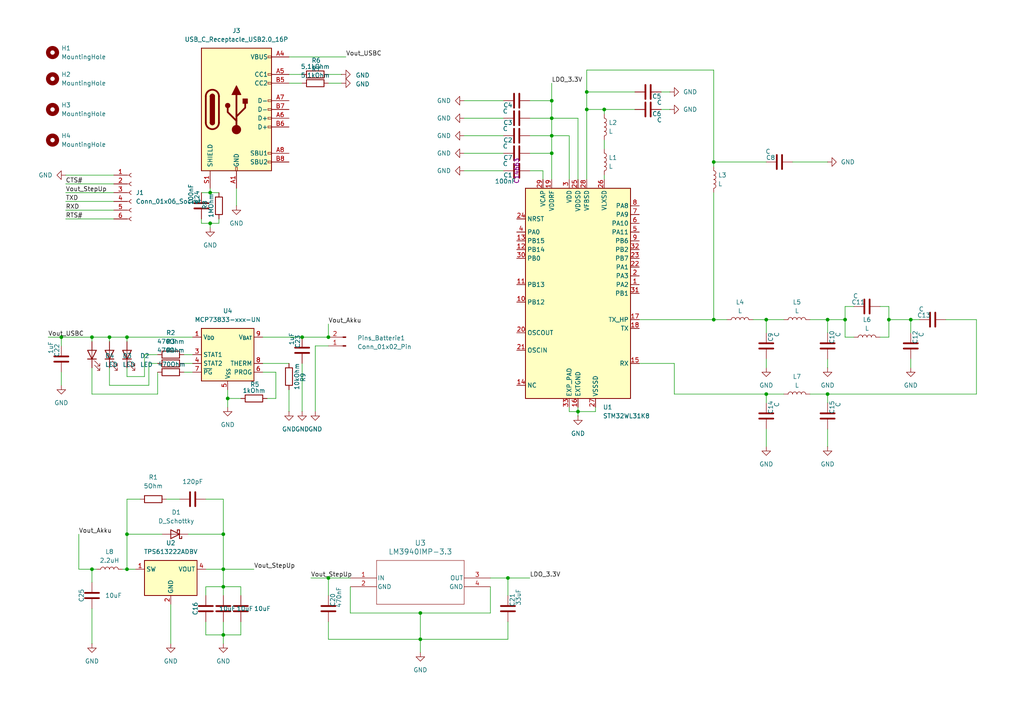
<source format=kicad_sch>
(kicad_sch (version 20250114) (generator "eeschema") (generator_version "9.0")
  (paper "A4")
  (lib_symbols
    (symbol "2025-12-10_12-48-16:LM3940IMP-3.3" (pin_names (offset 0.254))
      (property "Reference" "U" (at 20.32 10.16 0))
      (property "Value" "LM3940IMP-3.3" (at 20.32 7.62 0))
      (symbol "LM3940IMP-3.3_0_1"
        (polyline (pts (xy 7.62 5.08) (xy 7.62 -7.62)) (stroke (width 0.127)))
        (polyline (pts (xy 7.62 -7.62) (xy 33.02 -7.62)) (stroke (width 0.127)))
        (polyline (pts (xy 33.02 5.08) (xy 7.62 5.08)) (stroke (width 0.127)))
        (polyline (pts (xy 33.02 -7.62) (xy 33.02 5.08)) (stroke (width 0.127)))
        (pin input line (at 0 0 0) (length 7.62) (name "IN") (number "1"))
        (pin passive line (at 0 -2.54 0) (length 7.62) (name "GND") (number "2"))
        (pin output line (at 40.64 0 180) (length 7.62) (name "OUT") (number "3"))
        (pin passive line (at 40.64 -2.54 180) (length 7.62) (name "GND") (number "4"))
      )
    )
    (symbol "Battery_Management:MCP73833-xxx-UN"
      (property "Reference" "U" (at -6.35 8.89 0))
      (property "Value" "MCP73833-xxx-UN" (at 10.16 8.89 0))
      (symbol "MCP73833-xxx-UN_1_1"
        (rectangle (start -7.62 7.62) (end 7.62 -7.62) (stroke (width 0.254)) (fill (type background)))
        (pin power_in line (at -10.16 5.08 0) (length 2.54) (name "V_{DD}") (number "1"))
        (pin passive line (at -10.16 5.08 0) (length 2.54) (hide yes) (name "V_{DD}") (number "2"))
        (pin open_collector line (at -10.16 0 0) (length 2.54) (name "STAT1") (number "3"))
        (pin open_collector line (at -10.16 -2.54 0) (length 2.54) (name "STAT2") (number "4"))
        (pin open_collector line (at -10.16 -5.08 0) (length 2.54) (name "~{PG}") (number "7"))
        (pin power_in line (at 0 -10.16 90) (length 2.54) (name "V_{SS}") (number "5"))
        (pin passive line (at 10.16 5.08 180) (length 2.54) (hide yes) (name "V_{BAT}") (number "10"))
        (pin power_out line (at 10.16 5.08 180) (length 2.54) (name "V_{BAT}") (number "9"))
        (pin passive line (at 10.16 -2.54 180) (length 2.54) (name "THERM") (number "8"))
        (pin input line (at 10.16 -5.08 180) (length 2.54) (name "PROG") (number "6"))
      )
    )
    (symbol "Connector:Conn_01x02_Pin" (pin_names (offset 1.016) (hide yes))
      (property "Reference" "J" (at 0 2.54 0))
      (property "Value" "Conn_01x02_Pin" (at 0 -5.08 0))
      (symbol "Conn_01x02_Pin_1_1"
        (rectangle (start 0.8636 0.127) (end 0 -0.127) (stroke (width 0.1524)) (fill (type outline)))
        (rectangle (start 0.8636 -2.413) (end 0 -2.667) (stroke (width 0.1524)) (fill (type outline)))
        (polyline (pts (xy 1.27 0) (xy 0.8636 0)) (stroke (width 0.1524)))
        (polyline (pts (xy 1.27 -2.54) (xy 0.8636 -2.54)) (stroke (width 0.1524)))
        (pin passive line (at 5.08 0 180) (length 3.81) (name "Pin_1") (number "1"))
        (pin passive line (at 5.08 -2.54 180) (length 3.81) (name "Pin_2") (number "2"))
      )
    )
    (symbol "Connector:Conn_01x06_Socket" (pin_names (offset 1.016) (hide yes))
      (property "Reference" "J" (at 0 7.62 0))
      (property "Value" "Conn_01x06_Socket" (at 0 -10.16 0))
      (symbol "Conn_01x06_Socket_1_1"
        (polyline (pts (xy -1.27 5.08) (xy -0.508 5.08)) (stroke (width 0.1524)))
        (polyline (pts (xy -1.27 2.54) (xy -0.508 2.54)) (stroke (width 0.1524)))
        (polyline (pts (xy -1.27 0) (xy -0.508 0)) (stroke (width 0.1524)))
        (polyline (pts (xy -1.27 -2.54) (xy -0.508 -2.54)) (stroke (width 0.1524)))
        (polyline (pts (xy -1.27 -5.08) (xy -0.508 -5.08)) (stroke (width 0.1524)))
        (polyline (pts (xy -1.27 -7.62) (xy -0.508 -7.62)) (stroke (width 0.1524)))
        (arc (start 0 4.572) (mid -0.5058 5.08) (end 0 5.588) (stroke (width 0.1524)))
        (arc (start 0 2.032) (mid -0.5058 2.54) (end 0 3.048) (stroke (width 0.1524)))
        (arc (start 0 -0.508) (mid -0.5058 0) (end 0 0.508) (stroke (width 0.1524)))
        (arc (start 0 -3.048) (mid -0.5058 -2.54) (end 0 -2.032) (stroke (width 0.1524)))
        (arc (start 0 -5.588) (mid -0.5058 -5.08) (end 0 -4.572) (stroke (width 0.1524)))
        (arc (start 0 -8.128) (mid -0.5058 -7.62) (end 0 -7.112) (stroke (width 0.1524)))
        (pin passive line (at -5.08 5.08 0) (length 3.81) (name "Pin_1") (number "1"))
        (pin passive line (at -5.08 2.54 0) (length 3.81) (name "Pin_2") (number "2"))
        (pin passive line (at -5.08 0 0) (length 3.81) (name "Pin_3") (number "3"))
        (pin passive line (at -5.08 -2.54 0) (length 3.81) (name "Pin_4") (number "4"))
        (pin passive line (at -5.08 -5.08 0) (length 3.81) (name "Pin_5") (number "5"))
        (pin passive line (at -5.08 -7.62 0) (length 3.81) (name "Pin_6") (number "6"))
      )
    )
    (symbol "Connector:USB_C_Receptacle_USB2.0_16P" (pin_names (offset 1.016))
      (property "Reference" "J" (at 0 22.225 0))
      (property "Value" "USB_C_Receptacle_USB2.0_16P" (at 0 19.685 0))
      (symbol "USB_C_Receptacle_USB2.0_16P_0_0"
        (rectangle (start -0.254 -17.78) (end 0.254 -16.764))
        (rectangle (start 10.16 15.494) (end 9.144 14.986))
        (rectangle (start 10.16 10.414) (end 9.144 9.906))
        (rectangle (start 10.16 7.874) (end 9.144 7.366))
        (rectangle (start 10.16 2.794) (end 9.144 2.286))
        (rectangle (start 10.16 0.254) (end 9.144 -0.254))
        (rectangle (start 10.16 -2.286) (end 9.144 -2.794))
        (rectangle (start 10.16 -4.826) (end 9.144 -5.334))
        (rectangle (start 10.16 -12.446) (end 9.144 -12.954))
        (rectangle (start 10.16 -14.986) (end 9.144 -15.494))
      )
      (symbol "USB_C_Receptacle_USB2.0_16P_0_1"
        (rectangle (start -10.16 17.78) (end 10.16 -17.78) (stroke (width 0.254)) (fill (type background)))
        (polyline (pts (xy -8.89 -3.81) (xy -8.89 3.81)) (stroke (width 0.508)))
        (rectangle (start -7.62 -3.81) (end -6.35 3.81) (stroke (width 0.254)) (fill (type outline)))
        (arc (start -7.62 3.81) (mid -6.985 4.4423) (end -6.35 3.81) (stroke (width 0.254)))
        (arc (start -7.62 3.81) (mid -6.985 4.4423) (end -6.35 3.81) (stroke (width 0.254)) (fill (type outline)))
        (arc (start -8.89 3.81) (mid -6.985 5.7067) (end -5.08 3.81) (stroke (width 0.508)))
        (arc (start -5.08 -3.81) (mid -6.985 -5.7067) (end -8.89 -3.81) (stroke (width 0.508)))
        (arc (start -6.35 -3.81) (mid -6.985 -4.4423) (end -7.62 -3.81) (stroke (width 0.254)))
        (arc (start -6.35 -3.81) (mid -6.985 -4.4423) (end -7.62 -3.81) (stroke (width 0.254)) (fill (type outline)))
        (polyline (pts (xy -5.08 3.81) (xy -5.08 -3.81)) (stroke (width 0.508)))
        (circle (center -2.54 1.143) (radius 0.635) (stroke (width 0.254)) (fill (type outline)))
        (polyline (pts (xy -1.27 4.318) (xy 0 6.858) (xy 1.27 4.318) (xy -1.27 4.318)) (stroke (width 0.254)) (fill (type outline)))
        (polyline (pts (xy 0 -2.032) (xy 2.54 0.508) (xy 2.54 1.778)) (stroke (width 0.508)))
        (polyline (pts (xy 0 -3.302) (xy -2.54 -0.762) (xy -2.54 0.508)) (stroke (width 0.508)))
        (polyline (pts (xy 0 -5.842) (xy 0 4.318)) (stroke (width 0.508)))
        (circle (center 0 -5.842) (radius 1.27) (fill (type outline)))
        (rectangle (start 1.905 1.778) (end 3.175 3.048) (stroke (width 0.254)) (fill (type outline)))
      )
      (symbol "USB_C_Receptacle_USB2.0_16P_1_1"
        (pin passive line (at -7.62 -22.86 90) (length 5.08) (name "SHIELD") (number "S1"))
        (pin passive line (at 0 -22.86 90) (length 5.08) (name "GND") (number "A1"))
        (pin passive line (at 0 -22.86 90) (length 5.08) (hide yes) (name "GND") (number "A12"))
        (pin passive line (at 0 -22.86 90) (length 5.08) (hide yes) (name "GND") (number "B1"))
        (pin passive line (at 0 -22.86 90) (length 5.08) (hide yes) (name "GND") (number "B12"))
        (pin passive line (at 15.24 15.24 180) (length 5.08) (name "VBUS") (number "A4"))
        (pin passive line (at 15.24 15.24 180) (length 5.08) (hide yes) (name "VBUS") (number "A9"))
        (pin passive line (at 15.24 15.24 180) (length 5.08) (hide yes) (name "VBUS") (number "B4"))
        (pin passive line (at 15.24 15.24 180) (length 5.08) (hide yes) (name "VBUS") (number "B9"))
        (pin bidirectional line (at 15.24 10.16 180) (length 5.08) (name "CC1") (number "A5"))
        (pin bidirectional line (at 15.24 7.62 180) (length 5.08) (name "CC2") (number "B5"))
        (pin bidirectional line (at 15.24 2.54 180) (length 5.08) (name "D-") (number "A7"))
        (pin bidirectional line (at 15.24 0 180) (length 5.08) (name "D-") (number "B7"))
        (pin bidirectional line (at 15.24 -2.54 180) (length 5.08) (name "D+") (number "A6"))
        (pin bidirectional line (at 15.24 -5.08 180) (length 5.08) (name "D+") (number "B6"))
        (pin bidirectional line (at 15.24 -12.7 180) (length 5.08) (name "SBU1") (number "A8"))
        (pin bidirectional line (at 15.24 -15.24 180) (length 5.08) (name "SBU2") (number "B8"))
      )
    )
    (symbol "Device:C" (pin_numbers (hide yes)) (pin_names (offset 0.254))
      (property "Reference" "C" (at 0.635 2.54 0))
      (property "Value" "C" (at 0.635 -2.54 0))
      (symbol "C_0_1"
        (polyline (pts (xy -2.032 0.762) (xy 2.032 0.762)) (stroke (width 0.508)))
        (polyline (pts (xy -2.032 -0.762) (xy 2.032 -0.762)) (stroke (width 0.508)))
      )
      (symbol "C_1_1"
        (pin passive line (at 0 3.81 270) (length 2.794) (name "~") (number "1"))
        (pin passive line (at 0 -3.81 90) (length 2.794) (name "~") (number "2"))
      )
    )
    (symbol "Device:D_Schottky" (pin_numbers (hide yes)) (pin_names (offset 1.016) (hide yes))
      (property "Reference" "D" (at 0 2.54 0))
      (property "Value" "D_Schottky" (at 0 -2.54 0))
      (symbol "D_Schottky_0_1"
        (polyline (pts (xy -1.905 0.635) (xy -1.905 1.27) (xy -1.27 1.27) (xy -1.27 -1.27) (xy -0.635 -1.27) (xy -0.635 -0.635)) (stroke (width 0.254)))
        (polyline (pts (xy 1.27 1.27) (xy 1.27 -1.27) (xy -1.27 0) (xy 1.27 1.27)) (stroke (width 0.254)))
        (polyline (pts (xy 1.27 0) (xy -1.27 0)))
      )
      (symbol "D_Schottky_1_1"
        (pin passive line (at -3.81 0 0) (length 2.54) (name "K") (number "1"))
        (pin passive line (at 3.81 0 180) (length 2.54) (name "A") (number "2"))
      )
    )
    (symbol "Device:L" (pin_numbers (hide yes)) (pin_names (offset 1.016) (hide yes))
      (property "Reference" "L" (at -1.27 0 90))
      (property "Value" "L" (at 1.905 0 90))
      (symbol "L_0_1"
        (arc (start 0 2.54) (mid 0.6323 1.905) (end 0 1.27))
        (arc (start 0 1.27) (mid 0.6323 0.635) (end 0 0))
        (arc (start 0 0) (mid 0.6323 -0.635) (end 0 -1.27))
        (arc (start 0 -1.27) (mid 0.6323 -1.905) (end 0 -2.54))
      )
      (symbol "L_1_1"
        (pin passive line (at 0 3.81 270) (length 1.27) (name "1") (number "1"))
        (pin passive line (at 0 -3.81 90) (length 1.27) (name "2") (number "2"))
      )
    )
    (symbol "Device:LED" (pin_numbers (hide yes)) (pin_names (offset 1.016) (hide yes))
      (property "Reference" "D" (at 0 2.54 0))
      (property "Value" "LED" (at 0 -2.54 0))
      (symbol "LED_0_1"
        (polyline (pts (xy -3.048 -0.762) (xy -4.572 -2.286) (xy -3.81 -2.286) (xy -4.572 -2.286) (xy -4.572 -1.524)))
        (polyline (pts (xy -1.778 -0.762) (xy -3.302 -2.286) (xy -2.54 -2.286) (xy -3.302 -2.286) (xy -3.302 -1.524)))
        (polyline (pts (xy -1.27 0) (xy 1.27 0)))
        (polyline (pts (xy -1.27 -1.27) (xy -1.27 1.27)) (stroke (width 0.254)))
        (polyline (pts (xy 1.27 -1.27) (xy 1.27 1.27) (xy -1.27 0) (xy 1.27 -1.27)) (stroke (width 0.254)))
      )
      (symbol "LED_1_1"
        (pin passive line (at -3.81 0 0) (length 2.54) (name "K") (number "1"))
        (pin passive line (at 3.81 0 180) (length 2.54) (name "A") (number "2"))
      )
    )
    (symbol "Device:R" (pin_numbers (hide yes)) (pin_names (offset 0))
      (property "Reference" "R" (at 2.032 0 90))
      (property "Value" "R" (at 0 0 90))
      (symbol "R_0_1"
        (rectangle (start -1.016 -2.54) (end 1.016 2.54) (stroke (width 0.254)))
      )
      (symbol "R_1_1"
        (pin passive line (at 0 3.81 270) (length 1.27) (name "~") (number "1"))
        (pin passive line (at 0 -3.81 90) (length 1.27) (name "~") (number "2"))
      )
    )
    (symbol "Mechanical:MountingHole" (pin_names (offset 1.016)) (in_bom no)
      (property "Reference" "H" (at 0 5.08 0))
      (property "Value" "MountingHole" (at 0 3.175 0))
      (symbol "MountingHole_0_1"
        (circle (center 0 0) (radius 1.27) (stroke (width 1.27)))
      )
    )
    (symbol "PZ:STM32WL31K8"
      (property "Reference" "U" (at -15.24 31.75 0))
      (property "Value" "STM32WL31K8" (at 7.62 31.75 0))
      (symbol "STM32WL31K8_0_1"
        (rectangle (start -15.24 -30.48) (end 15.24 30.48) (stroke (width 0.254)) (fill (type background)))
      )
      (symbol "STM32WL31K8_1_0"
        (pin power_in line (at -2.54 -33.02 90) (length 2.54) (name "EXP_PAD") (number "33"))
      )
      (symbol "STM32WL31K8_1_1"
        (pin bidirectional line (at -17.78 21.59 0) (length 2.54) (name "NRST") (number "24"))
        (pin bidirectional line (at -17.78 17.78 0) (length 2.54) (name "PA0") (number "4"))
        (pin bidirectional line (at -17.78 15.24 0) (length 2.54) (name "PB15") (number "13"))
        (pin bidirectional line (at -17.78 12.7 0) (length 2.54) (name "PB14") (number "12"))
        (pin bidirectional line (at -17.78 10.16 0) (length 2.54) (name "PB0") (number "30"))
        (pin bidirectional line (at -17.78 2.54 0) (length 2.54) (name "PB13") (number "11"))
        (pin bidirectional line (at -17.78 -2.54 0) (length 2.54) (name "PB12") (number "10"))
        (pin bidirectional line (at -17.78 -11.43 0) (length 2.54) (name "OSCOUT") (number "20"))
        (pin bidirectional line (at -17.78 -16.51 0) (length 2.54) (name "OSCIN") (number "21"))
        (pin bidirectional line (at -17.78 -26.67 0) (length 2.54) (name "NC") (number "14"))
        (pin bidirectional line (at -10.16 33.02 270) (length 2.54) (name "VCAP") (number "29"))
        (pin bidirectional line (at -7.62 33.02 270) (length 2.54) (name "VDDRF") (number "19"))
        (pin bidirectional line (at -2.54 33.02 270) (length 2.54) (name "VDD") (number "3"))
        (pin bidirectional line (at 0 33.02 270) (length 2.54) (name "VDDSD") (number "25"))
        (pin bidirectional line (at 0 -33.02 90) (length 2.54) (name "EXTGND") (number "16"))
        (pin bidirectional line (at 2.54 33.02 270) (length 2.54) (name "VFBSD") (number "28"))
        (pin bidirectional line (at 5.08 -33.02 90) (length 2.54) (name "VSSSD") (number "27"))
        (pin bidirectional line (at 7.62 33.02 270) (length 2.54) (name "VLXSD") (number "26"))
        (pin bidirectional line (at 17.78 25.4 180) (length 2.54) (name "PA8") (number "8"))
        (pin bidirectional line (at 17.78 22.86 180) (length 2.54) (name "PA9") (number "7"))
        (pin bidirectional line (at 17.78 20.32 180) (length 2.54) (name "PA10") (number "6"))
        (pin bidirectional line (at 17.78 17.78 180) (length 2.54) (name "PA11") (number "5"))
        (pin bidirectional line (at 17.78 15.24 180) (length 2.54) (name "PB6") (number "9"))
        (pin bidirectional line (at 17.78 12.7 180) (length 2.54) (name "PB2") (number "32"))
        (pin bidirectional line (at 17.78 10.16 180) (length 2.54) (name "PB7") (number "23"))
        (pin bidirectional line (at 17.78 7.62 180) (length 2.54) (name "PA1") (number "22"))
        (pin bidirectional line (at 17.78 5.08 180) (length 2.54) (name "PA3") (number "2"))
        (pin bidirectional line (at 17.78 2.54 180) (length 2.54) (name "PA2") (number "1"))
        (pin bidirectional line (at 17.78 0 180) (length 2.54) (name "PB1") (number "31"))
        (pin bidirectional line (at 17.78 -7.62 180) (length 2.54) (name "TX_HP") (number "17"))
        (pin bidirectional line (at 17.78 -10.16 180) (length 2.54) (name "TX") (number "18"))
        (pin bidirectional line (at 17.78 -20.32 180) (length 2.54) (name "RX") (number "15"))
      )
    )
    (symbol "Regulator_Switching:TPS613222ADBV"
      (property "Reference" "U" (at -7.62 6.35 0))
      (property "Value" "TPS613222ADBV" (at 2.54 6.35 0))
      (symbol "TPS613222ADBV_0_1"
        (rectangle (start -7.62 5.08) (end 7.62 -5.08) (stroke (width 0.254)) (fill (type background)))
      )
      (symbol "TPS613222ADBV_1_1"
        (pin power_in line (at -10.16 2.54 0) (length 2.54) (name "SW") (number "1"))
        (pin no_connect line (at -7.62 -2.54 0) (length 2.54) (hide yes) (name "NC") (number "3"))
        (pin power_in line (at 0 -7.62 90) (length 2.54) (name "GND") (number "2"))
        (pin no_connect line (at 7.62 -2.54 180) (length 2.54) (hide yes) (name "NC") (number "5"))
        (pin power_out line (at 10.16 2.54 180) (length 2.54) (name "VOUT") (number "4"))
      )
    )
    (symbol "power:GND" (power) (pin_numbers (hide yes)) (pin_names (offset 0) (hide yes))
      (property "Value" "GND" (at 0 -3.81 0))
      (symbol "GND_0_1"
        (polyline (pts (xy 0 0) (xy 0 -1.27) (xy 1.27 -1.27) (xy 0 -2.54) (xy -1.27 -1.27) (xy 0 -1.27)))
      )
      (symbol "GND_1_1"
        (pin power_in line (at 0 0 270) (length 0) (name "~") (number "1"))
      )
    )
  )
  (junction (at 66.04 115.57))
  (junction (at 26.67 165.1))
  (junction (at 257.81 92.71))
  (junction (at 36.83 154.94))
  (junction (at 264.16 92.71))
  (junction (at 207.01 92.71))
  (junction (at 60.96 64.77))
  (junction (at 64.77 165.1))
  (junction (at 64.77 154.94))
  (junction (at 17.78 97.79))
  (junction (at 36.83 165.1))
  (junction (at 160.02 39.37))
  (junction (at 160.02 34.29))
  (junction (at 240.03 92.71))
  (junction (at 95.25 167.64))
  (junction (at 31.75 97.79))
  (junction (at 26.67 97.79))
  (junction (at 36.83 97.79))
  (junction (at 167.64 119.38))
  (junction (at 95.25 97.79))
  (junction (at 170.18 31.75))
  (junction (at 87.63 97.79))
  (junction (at 170.18 26.67))
  (junction (at 64.77 170.18))
  (junction (at 222.25 114.3))
  (junction (at 175.26 31.75))
  (junction (at 222.25 92.71))
  (junction (at 160.02 29.21))
  (junction (at 121.92 185.42))
  (junction (at 64.77 184.15))
  (junction (at 240.03 114.3))
  (junction (at 207.01 46.99))
  (junction (at 147.32 167.64))
  (junction (at 245.11 92.71))
  (junction (at 60.96 55.88))
  (junction (at 160.02 44.45))
  (junction (at 121.92 177.8))
  (wire (pts (xy 60.96 54.61) (xy 60.96 55.88)))
  (wire (pts (xy 36.83 154.94) (xy 36.83 165.1)))
  (wire (pts (xy 95.25 21.59) (xy 99.06 21.59)))
  (wire (pts (xy 53.34 107.95) (xy 55.88 107.95)))
  (wire (pts (xy 59.69 172.72) (xy 59.69 170.18)))
  (wire (pts (xy 240.03 114.3) (xy 240.03 116.84)))
  (wire (pts (xy 283.21 92.71) (xy 283.21 114.3)))
  (wire (pts (xy 68.58 54.61) (xy 68.58 59.69)))
  (wire (pts (xy 222.25 104.14) (xy 222.25 106.68)))
  (wire (pts (xy 257.81 88.9) (xy 255.27 88.9)))
  (wire (pts (xy 31.75 97.79) (xy 36.83 97.79)))
  (wire (pts (xy 245.11 97.79) (xy 247.65 97.79)))
  (wire (pts (xy 222.25 92.71) (xy 222.25 96.52)))
  (wire (pts (xy 46.99 154.94) (xy 36.83 154.94)))
  (wire (pts (xy 95.25 24.13) (xy 99.06 24.13)))
  (wire (pts (xy 69.85 172.72) (xy 69.85 170.18)))
  (wire (pts (xy 58.42 63.5) (xy 58.42 64.77)))
  (wire (pts (xy 80.01 115.57) (xy 80.01 107.95)))
  (wire (pts (xy 36.83 106.68) (xy 36.83 109.22)))
  (wire (pts (xy 255.27 97.79) (xy 257.81 97.79)))
  (wire (pts (xy 195.58 105.41) (xy 185.42 105.41)))
  (wire (pts (xy 19.05 53.34) (xy 33.02 53.34)))
  (wire (pts (xy 83.82 113.03) (xy 83.82 119.38)))
  (wire (pts (xy 207.01 92.71) (xy 210.82 92.71)))
  (wire (pts (xy 19.05 55.88) (xy 33.02 55.88)))
  (wire (pts (xy 91.44 100.33) (xy 91.44 119.38)))
  (wire (pts (xy 64.77 165.1) (xy 73.66 165.1)))
  (wire (pts (xy 59.69 165.1) (xy 64.77 165.1)))
  (wire (pts (xy 257.81 92.71) (xy 264.16 92.71)))
  (wire (pts (xy 26.67 165.1) (xy 26.67 168.91)))
  (wire (pts (xy 43.18 105.41) (xy 45.72 105.41)))
  (wire (pts (xy 147.32 185.42) (xy 121.92 185.42)))
  (wire (pts (xy 227.33 114.3) (xy 222.25 114.3)))
  (wire (pts (xy 69.85 180.34) (xy 69.85 184.15)))
  (wire (pts (xy 165.1 52.07) (xy 165.1 39.37)))
  (wire (pts (xy 95.25 167.64) (xy 95.25 172.72)))
  (wire (pts (xy 101.6 170.18) (xy 101.6 177.8)))
  (wire (pts (xy 95.25 167.64) (xy 101.6 167.64)))
  (wire (pts (xy 66.04 115.57) (xy 66.04 118.11)))
  (wire (pts (xy 66.04 115.57) (xy 69.85 115.57)))
  (wire (pts (xy 170.18 31.75) (xy 170.18 52.07)))
  (wire (pts (xy 207.01 20.32) (xy 207.01 46.99)))
  (wire (pts (xy 76.2 97.79) (xy 87.63 97.79)))
  (wire (pts (xy 19.05 63.5) (xy 33.02 63.5)))
  (wire (pts (xy 264.16 104.14) (xy 264.16 106.68)))
  (wire (pts (xy 59.69 144.78) (xy 64.77 144.78)))
  (wire (pts (xy 64.77 165.1) (xy 64.77 170.18)))
  (wire (pts (xy 264.16 92.71) (xy 266.7 92.71)))
  (wire (pts (xy 35.56 165.1) (xy 36.83 165.1)))
  (wire (pts (xy 160.02 34.29) (xy 167.64 34.29)))
  (wire (pts (xy 153.67 29.21) (xy 160.02 29.21)))
  (wire (pts (xy 167.64 119.38) (xy 167.64 120.65)))
  (wire (pts (xy 19.05 58.42) (xy 33.02 58.42)))
  (wire (pts (xy 95.25 180.34) (xy 95.25 185.42)))
  (wire (pts (xy 95.25 93.98) (xy 95.25 97.79)))
  (wire (pts (xy 76.2 105.41) (xy 83.82 105.41)))
  (wire (pts (xy 142.24 177.8) (xy 121.92 177.8)))
  (wire (pts (xy 207.01 55.88) (xy 207.01 92.71)))
  (wire (pts (xy 160.02 24.13) (xy 160.02 29.21)))
  (wire (pts (xy 207.01 46.99) (xy 222.25 46.99)))
  (wire (pts (xy 142.24 170.18) (xy 142.24 177.8)))
  (wire (pts (xy 160.02 44.45) (xy 160.02 52.07)))
  (wire (pts (xy 274.32 92.71) (xy 283.21 92.71)))
  (wire (pts (xy 59.69 170.18) (xy 64.77 170.18)))
  (wire (pts (xy 134.62 39.37) (xy 146.05 39.37)))
  (wire (pts (xy 165.1 119.38) (xy 167.64 119.38)))
  (wire (pts (xy 184.15 31.75) (xy 175.26 31.75)))
  (wire (pts (xy 167.64 118.11) (xy 167.64 119.38)))
  (wire (pts (xy 121.92 185.42) (xy 121.92 189.23)))
  (wire (pts (xy 31.75 111.76) (xy 43.18 111.76)))
  (wire (pts (xy 49.53 175.26) (xy 49.53 186.69)))
  (wire (pts (xy 222.25 92.71) (xy 227.33 92.71)))
  (wire (pts (xy 240.03 114.3) (xy 234.95 114.3)))
  (wire (pts (xy 207.01 92.71) (xy 185.42 92.71)))
  (wire (pts (xy 160.02 29.21) (xy 160.02 34.29)))
  (wire (pts (xy 207.01 46.99) (xy 207.01 48.26)))
  (wire (pts (xy 175.26 31.75) (xy 170.18 31.75)))
  (wire (pts (xy 64.77 144.78) (xy 64.77 154.94)))
  (wire (pts (xy 147.32 180.34) (xy 147.32 185.42)))
  (wire (pts (xy 157.48 52.07) (xy 157.48 49.53)))
  (wire (pts (xy 58.42 55.88) (xy 60.96 55.88)))
  (wire (pts (xy 229.87 46.99) (xy 240.03 46.99)))
  (wire (pts (xy 64.77 170.18) (xy 64.77 172.72)))
  (wire (pts (xy 59.69 184.15) (xy 64.77 184.15)))
  (wire (pts (xy 26.67 176.53) (xy 26.67 186.69)))
  (wire (pts (xy 90.17 167.64) (xy 95.25 167.64)))
  (wire (pts (xy 59.69 180.34) (xy 59.69 184.15)))
  (wire (pts (xy 36.83 109.22) (xy 41.91 109.22)))
  (wire (pts (xy 19.05 60.96) (xy 33.02 60.96)))
  (wire (pts (xy 222.25 114.3) (xy 195.58 114.3)))
  (wire (pts (xy 87.63 97.79) (xy 95.25 97.79)))
  (wire (pts (xy 36.83 144.78) (xy 36.83 154.94)))
  (wire (pts (xy 36.83 97.79) (xy 55.88 97.79)))
  (wire (pts (xy 175.26 40.64) (xy 175.26 43.18)))
  (wire (pts (xy 53.34 102.87) (xy 55.88 102.87)))
  (wire (pts (xy 26.67 114.3) (xy 45.72 114.3)))
  (wire (pts (xy 64.77 184.15) (xy 64.77 186.69)))
  (wire (pts (xy 64.77 154.94) (xy 64.77 165.1)))
  (wire (pts (xy 19.05 50.8) (xy 33.02 50.8)))
  (wire (pts (xy 66.04 113.03) (xy 66.04 115.57)))
  (wire (pts (xy 121.92 177.8) (xy 121.92 185.42)))
  (wire (pts (xy 240.03 92.71) (xy 234.95 92.71)))
  (wire (pts (xy 60.96 64.77) (xy 60.96 66.04)))
  (wire (pts (xy 175.26 50.8) (xy 175.26 52.07)))
  (wire (pts (xy 134.62 34.29) (xy 146.05 34.29)))
  (wire (pts (xy 170.18 20.32) (xy 207.01 20.32)))
  (wire (pts (xy 69.85 170.18) (xy 64.77 170.18)))
  (wire (pts (xy 134.62 44.45) (xy 146.05 44.45)))
  (wire (pts (xy 36.83 97.79) (xy 36.83 99.06)))
  (wire (pts (xy 41.91 109.22) (xy 41.91 102.87)))
  (wire (pts (xy 87.63 105.41) (xy 87.63 119.38)))
  (wire (pts (xy 195.58 114.3) (xy 195.58 105.41)))
  (wire (pts (xy 22.86 165.1) (xy 26.67 165.1)))
  (wire (pts (xy 43.18 111.76) (xy 43.18 105.41)))
  (wire (pts (xy 83.82 16.51) (xy 100.33 16.51)))
  (wire (pts (xy 165.1 118.11) (xy 165.1 119.38)))
  (wire (pts (xy 160.02 34.29) (xy 160.02 39.37)))
  (wire (pts (xy 160.02 39.37) (xy 153.67 39.37)))
  (wire (pts (xy 245.11 92.71) (xy 245.11 97.79)))
  (wire (pts (xy 222.25 114.3) (xy 222.25 116.84)))
  (wire (pts (xy 48.26 144.78) (xy 52.07 144.78)))
  (wire (pts (xy 170.18 31.75) (xy 170.18 26.67)))
  (wire (pts (xy 64.77 184.15) (xy 64.77 180.34)))
  (wire (pts (xy 283.21 114.3) (xy 240.03 114.3)))
  (wire (pts (xy 101.6 177.8) (xy 121.92 177.8)))
  (wire (pts (xy 41.91 102.87) (xy 45.72 102.87)))
  (wire (pts (xy 26.67 106.68) (xy 26.67 114.3)))
  (wire (pts (xy 53.34 105.41) (xy 55.88 105.41)))
  (wire (pts (xy 142.24 167.64) (xy 147.32 167.64)))
  (wire (pts (xy 31.75 106.68) (xy 31.75 111.76)))
  (wire (pts (xy 83.82 21.59) (xy 87.63 21.59)))
  (wire (pts (xy 134.62 49.53) (xy 146.05 49.53)))
  (wire (pts (xy 194.31 31.75) (xy 191.77 31.75)))
  (wire (pts (xy 240.03 96.52) (xy 240.03 92.71)))
  (wire (pts (xy 240.03 104.14) (xy 240.03 106.68)))
  (wire (pts (xy 245.11 88.9) (xy 245.11 92.71)))
  (wire (pts (xy 36.83 165.1) (xy 39.37 165.1)))
  (wire (pts (xy 40.64 144.78) (xy 36.83 144.78)))
  (wire (pts (xy 95.25 100.33) (xy 91.44 100.33)))
  (wire (pts (xy 45.72 114.3) (xy 45.72 107.95)))
  (wire (pts (xy 26.67 97.79) (xy 31.75 97.79)))
  (wire (pts (xy 22.86 154.94) (xy 22.86 165.1)))
  (wire (pts (xy 26.67 165.1) (xy 27.94 165.1)))
  (wire (pts (xy 240.03 92.71) (xy 245.11 92.71)))
  (wire (pts (xy 257.81 97.79) (xy 257.81 92.71)))
  (wire (pts (xy 17.78 107.95) (xy 17.78 111.76)))
  (wire (pts (xy 222.25 124.46) (xy 222.25 129.54)))
  (wire (pts (xy 172.72 119.38) (xy 167.64 119.38)))
  (wire (pts (xy 147.32 167.64) (xy 147.32 172.72)))
  (wire (pts (xy 175.26 31.75) (xy 175.26 33.02)))
  (wire (pts (xy 147.32 167.64) (xy 153.67 167.64)))
  (wire (pts (xy 77.47 115.57) (xy 80.01 115.57)))
  (wire (pts (xy 83.82 24.13) (xy 87.63 24.13)))
  (wire (pts (xy 184.15 26.67) (xy 170.18 26.67)))
  (wire (pts (xy 17.78 97.79) (xy 17.78 100.33)))
  (wire (pts (xy 165.1 39.37) (xy 160.02 39.37)))
  (wire (pts (xy 13.97 97.79) (xy 17.78 97.79)))
  (wire (pts (xy 218.44 92.71) (xy 222.25 92.71)))
  (wire (pts (xy 167.64 34.29) (xy 167.64 52.07)))
  (wire (pts (xy 31.75 97.79) (xy 31.75 99.06)))
  (wire (pts (xy 240.03 124.46) (xy 240.03 129.54)))
  (wire (pts (xy 160.02 39.37) (xy 160.02 44.45)))
  (wire (pts (xy 264.16 92.71) (xy 264.16 96.52)))
  (wire (pts (xy 247.65 88.9) (xy 245.11 88.9)))
  (wire (pts (xy 60.96 64.77) (xy 63.5 64.77)))
  (wire (pts (xy 153.67 49.53) (xy 157.48 49.53)))
  (wire (pts (xy 80.01 107.95) (xy 76.2 107.95)))
  (wire (pts (xy 69.85 184.15) (xy 64.77 184.15)))
  (wire (pts (xy 58.42 64.77) (xy 60.96 64.77)))
  (wire (pts (xy 257.81 92.71) (xy 257.81 88.9)))
  (wire (pts (xy 63.5 64.77) (xy 63.5 63.5)))
  (wire (pts (xy 153.67 44.45) (xy 160.02 44.45)))
  (wire (pts (xy 153.67 34.29) (xy 160.02 34.29)))
  (wire (pts (xy 26.67 97.79) (xy 26.67 99.06)))
  (wire (pts (xy 170.18 26.67) (xy 170.18 20.32)))
  (wire (pts (xy 54.61 154.94) (xy 64.77 154.94)))
  (wire (pts (xy 172.72 118.11) (xy 172.72 119.38)))
  (wire (pts (xy 95.25 185.42) (xy 121.92 185.42)))
  (wire (pts (xy 60.96 55.88) (xy 63.5 55.88)))
  (wire (pts (xy 194.31 26.67) (xy 191.77 26.67)))
  (wire (pts (xy 17.78 97.79) (xy 26.67 97.79)))
  (wire (pts (xy 134.62 29.21) (xy 146.05 29.21)))
  (label "RXD" (at 19.05 60.96 0))
  (label "LDO_3.3V" (at 160.02 24.13 0))
  (label "CTS#" (at 19.05 53.34 0))
  (label "LDO_3.3V" (at 153.67 167.64 0))
  (label "Vout_USBC" (at 100.33 16.51 0))
  (label "Vout_USBC" (at 13.97 97.79 0))
  (label "Vout_StepUp" (at 73.66 165.1 0))
  (label "Vout_Akku" (at 95.25 93.98 0))
  (label "RTS#" (at 19.05 63.5 0))
  (label "Vout_Akku" (at 22.86 154.94 0))
  (label "Vout_StepUp" (at 90.17 167.64 0))
  (label "Vout_StepUp" (at 19.05 55.88 0))
  (label "TXD" (at 19.05 58.42 0))
  (symbol (lib_id "power:GND") (at 134.62 44.45 270) (unit 1)
    (property "Reference" "#PWR08" (effects (hide yes)))
    (property "Value" "GND" (at 130.81 44.4499 90) (effects (justify right)))
    (property "Description" "Power symbol creates a global label with name \"GND\" , ground" (effects (hide yes)))
  )
  (symbol (lib_id "Device:C") (at 251.46 88.9 90) (mirror x) (unit 1)
    (property "Reference" "C11" (at 248.92 87.63 90))
    (property "Value" "C" (at 248.158 85.852 90))
    (property "Footprint" "Capacitor_SMD:C_0402_1005Metric_Pad0.74x0.62mm_HandSolder" (effects (hide yes)))
    (property "Description" "Unpolarized capacitor" (effects (hide yes)))
  )
  (symbol (lib_id "Device:C") (at 149.86 49.53 90) (unit 1)
    (property "Reference" "C1" (at 147.32 50.8 90))
    (property "Value" "100nF" (at 146.558 52.578 90))
    (property "Footprint" "Capacitor_SMD:C_0402_1005Metric_Pad0.74x0.62mm_HandSolder" (effects (hide yes)))
    (property "Description" "Unpolarized capacitor" (effects (hide yes)))
    (property "LCSC Part #" "C14663" (at 149.86 49.53 0))
  )
  (symbol (lib_id "Device:C") (at 26.67 172.72 180) (unit 1)
    (property "Reference" "C25" (at 23.622 172.72 90))
    (property "Value" "10uF" (at 30.48 172.7199 0) (effects (justify right)))
    (property "Footprint" "Capacitor_SMD:C_0603_1608Metric_Pad1.08x0.95mm_HandSolder" (effects (hide yes)))
    (property "Description" "Unpolarized capacitor" (effects (hide yes)))
  )
  (symbol (lib_id "power:GND") (at 134.62 39.37 270) (unit 1)
    (property "Reference" "#PWR03" (effects (hide yes)))
    (property "Value" "GND" (at 130.81 39.3699 90) (effects (justify right)))
    (property "Description" "Power symbol creates a global label with name \"GND\" , ground" (effects (hide yes)))
  )
  (symbol (lib_id "power:GND") (at 87.63 119.38 0) (unit 1)
    (property "Reference" "#PWR023" (effects (hide yes)))
    (property "Value" "GND" (at 87.63 124.46 0))
    (property "Description" "Power symbol creates a global label with name \"GND\" , ground" (effects (hide yes)))
  )
  (symbol (lib_id "power:GND") (at 64.77 186.69 0) (unit 1)
    (property "Reference" "#PWR010" (effects (hide yes)))
    (property "Value" "GND" (at 64.77 191.77 0))
    (property "Description" "Power symbol creates a global label with name \"GND\" , ground" (effects (hide yes)))
  )
  (symbol (lib_id "Device:C") (at 240.03 100.33 0) (mirror y) (unit 1)
    (property "Reference" "C10" (at 241.3 97.79 90))
    (property "Value" "C" (at 243.078 97.028 90))
    (property "Footprint" "Capacitor_SMD:C_0402_1005Metric_Pad0.74x0.62mm_HandSolder" (effects (hide yes)))
    (property "Description" "Unpolarized capacitor" (effects (hide yes)))
  )
  (symbol (lib_id "Device:R") (at 73.66 115.57 90) (unit 1)
    (property "Reference" "R5" (at 73.914 111.506 90))
    (property "Value" "1kOhm" (at 73.66 113.284 90))
    (property "Footprint" "Resistor_SMD:R_0402_1005Metric_Pad0.72x0.64mm_HandSolder" (effects (hide yes)))
    (property "Description" "Resistor" (effects (hide yes)))
  )
  (symbol (lib_id "power:GND") (at 194.31 26.67 90) (mirror x) (unit 1)
    (property "Reference" "#PWR06" (effects (hide yes)))
    (property "Value" "GND" (at 198.12 26.6699 90) (effects (justify right)))
    (property "Description" "Power symbol creates a global label with name \"GND\" , ground" (effects (hide yes)))
  )
  (symbol (lib_id "power:GND") (at 83.82 119.38 0) (unit 1)
    (property "Reference" "#PWR022" (effects (hide yes)))
    (property "Value" "GND" (at 83.82 124.46 0))
    (property "Description" "Power symbol creates a global label with name \"GND\" , ground" (effects (hide yes)))
  )
  (symbol (lib_id "Device:R") (at 49.53 102.87 90) (unit 1)
    (property "Reference" "R2" (at 49.53 96.52 90))
    (property "Value" "470Ohm" (at 49.53 99.06 90))
    (property "Footprint" "Resistor_SMD:R_0402_1005Metric_Pad0.72x0.64mm_HandSolder" (effects (hide yes)))
    (property "Description" "Resistor" (effects (hide yes)))
  )
  (symbol (lib_id "Device:C") (at 149.86 44.45 90) (unit 1)
    (property "Reference" "C7" (at 147.32 45.72 90))
    (property "Value" "C" (at 146.558 47.498 90))
    (property "Footprint" "Capacitor_SMD:C_0402_1005Metric_Pad0.74x0.62mm_HandSolder" (effects (hide yes)))
    (property "Description" "Unpolarized capacitor" (effects (hide yes)))
  )
  (symbol (lib_id "Device:C") (at 222.25 100.33 0) (mirror y) (unit 1)
    (property "Reference" "C9" (at 223.52 97.79 90))
    (property "Value" "C" (at 225.298 97.028 90))
    (property "Footprint" "Capacitor_SMD:C_0402_1005Metric_Pad0.74x0.62mm_HandSolder" (effects (hide yes)))
    (property "Description" "Unpolarized capacitor" (effects (hide yes)))
  )
  (symbol (lib_id "power:GND") (at 222.25 106.68 0) (unit 1)
    (property "Reference" "#PWR012" (effects (hide yes)))
    (property "Value" "GND" (at 222.25 111.76 0))
    (property "Description" "Power symbol creates a global label with name \"GND\" , ground" (effects (hide yes)))
  )
  (symbol (lib_id "power:GND") (at 134.62 29.21 270) (unit 1)
    (property "Reference" "#PWR05" (effects (hide yes)))
    (property "Value" "GND" (at 130.81 29.2099 90) (effects (justify right)))
    (property "Description" "Power symbol creates a global label with name \"GND\" , ground" (effects (hide yes)))
  )
  (symbol (lib_id "power:GND") (at 240.03 106.68 0) (unit 1)
    (property "Reference" "#PWR013" (effects (hide yes)))
    (property "Value" "GND" (at 240.03 111.76 0))
    (property "Description" "Power symbol creates a global label with name \"GND\" , ground" (effects (hide yes)))
  )
  (symbol (lib_id "Device:C") (at 240.03 120.65 0) (mirror y) (unit 1)
    (property "Reference" "C15" (at 241.3 118.11 90))
    (property "Value" "C" (at 243.078 117.348 90))
    (property "Footprint" "Capacitor_SMD:C_0402_1005Metric_Pad0.74x0.62mm_HandSolder" (effects (hide yes)))
    (property "Description" "Unpolarized capacitor" (effects (hide yes)))
  )
  (symbol (lib_id "power:GND") (at 134.62 34.29 270) (unit 1)
    (property "Reference" "#PWR04" (effects (hide yes)))
    (property "Value" "GND" (at 130.81 34.2899 90) (effects (justify right)))
    (property "Description" "Power symbol creates a global label with name \"GND\" , ground" (effects (hide yes)))
  )
  (symbol (lib_id "power:GND") (at 68.58 59.69 0) (unit 1)
    (property "Reference" "#PWR025" (effects (hide yes)))
    (property "Value" "GND" (at 68.58 64.77 0))
    (property "Description" "Power symbol creates a global label with name \"GND\" , ground" (effects (hide yes)))
  )
  (symbol (lib_id "Device:C") (at 147.32 176.53 0) (mirror y) (unit 1)
    (property "Reference" "C21" (at 148.59 173.99 90))
    (property "Value" "33uF" (at 150.368 173.228 90))
    (property "Footprint" "Capacitor_SMD:C_0402_1005Metric_Pad0.74x0.62mm_HandSolder" (effects (hide yes)))
    (property "Description" "Unpolarized capacitor" (effects (hide yes)))
  )
  (symbol (lib_id "Device:C") (at 17.78 104.14 0) (unit 1)
    (property "Reference" "C22" (at 16.51 101.6 90))
    (property "Value" "1uF" (at 14.732 100.838 90))
    (property "Footprint" "Capacitor_SMD:C_0402_1005Metric_Pad0.74x0.62mm_HandSolder" (effects (hide yes)))
    (property "Description" "Unpolarized capacitor" (effects (hide yes)))
  )
  (symbol (lib_id "Device:L") (at 231.14 92.71 90) (unit 1)
    (property "Reference" "L5" (at 231.14 87.63 90))
    (property "Value" "L" (at 231.14 90.17 90))
    (property "Footprint" "Inductor_SMD:L_0402_1005Metric_Pad0.77x0.64mm_HandSolder" (effects (hide yes)))
    (property "Description" "Inductor" (effects (hide yes)))
  )
  (symbol (lib_id "power:GND") (at 194.31 31.75 90) (mirror x) (unit 1)
    (property "Reference" "#PWR07" (effects (hide yes)))
    (property "Value" "GND" (at 198.12 31.7499 90) (effects (justify right)))
    (property "Description" "Power symbol creates a global label with name \"GND\" , ground" (effects (hide yes)))
  )
  (symbol (lib_id "Connector:Conn_01x02_Pin") (at 100.33 100.33 180) (unit 1)
    (property "Reference" "Pins_Batterie1" (at 103.632 98.044 0) (effects (justify right)))
    (property "Value" "Conn_01x02_Pin" (at 103.632 100.584 0) (effects (justify right)))
    (property "Footprint" "Connector_JST:JST_PH_B2B-PH-K_1x02_P2.00mm_Vertical" (effects (hide yes)))
    (property "Description" "Generic connector, single row, 01x02, script generated" (effects (hide yes)))
  )
  (symbol (lib_id "power:GND") (at 99.06 21.59 90) (unit 1)
    (property "Reference" "#PWR026" (effects (hide yes)))
    (property "Value" "GND" (at 103.124 21.844 90) (effects (justify right)))
    (property "Description" "Power symbol creates a global label with name \"GND\" , ground" (effects (hide yes)))
  )
  (symbol (lib_id "Device:L") (at 231.14 114.3 90) (unit 1)
    (property "Reference" "L7" (at 231.14 109.22 90))
    (property "Value" "L" (at 231.14 111.76 90))
    (property "Footprint" "Inductor_SMD:L_0402_1005Metric_Pad0.77x0.64mm_HandSolder" (effects (hide yes)))
    (property "Description" "Inductor" (effects (hide yes)))
  )
  (symbol (lib_id "Device:D_Schottky") (at 50.8 154.94 180) (unit 1)
    (property "Reference" "D1" (at 51.1175 148.59 0))
    (property "Value" "D_Schottky" (at 51.1175 151.13 0))
    (property "Footprint" "Diode_SMD:D_SMA_Handsoldering" (effects (hide yes)))
    (property "Description" "Schottky diode" (effects (hide yes)))
  )
  (symbol (lib_id "Device:C") (at 55.88 144.78 90) (unit 1)
    (property "Reference" "C17" (effects (hide yes)))
    (property "Value" "120pF" (at 55.88 139.7 90))
    (property "Footprint" "Capacitor_SMD:C_0402_1005Metric_Pad0.74x0.62mm_HandSolder" (effects (hide yes)))
    (property "Description" "Unpolarized capacitor" (effects (hide yes)))
  )
  (symbol (lib_id "power:GND") (at 60.96 66.04 0) (unit 1)
    (property "Reference" "#PWR028" (effects (hide yes)))
    (property "Value" "GND" (at 60.96 71.12 0))
    (property "Description" "Power symbol creates a global label with name \"GND\" , ground" (effects (hide yes)))
  )
  (symbol (lib_id "Device:C") (at 149.86 39.37 90) (unit 1)
    (property "Reference" "C2" (at 147.32 40.64 90))
    (property "Value" "C" (at 146.558 42.418 90))
    (property "Footprint" "Capacitor_SMD:C_0402_1005Metric_Pad0.74x0.62mm_HandSolder" (effects (hide yes)))
    (property "Description" "Unpolarized capacitor" (effects (hide yes)))
  )
  (symbol (lib_id "2025-12-10_12-48-16:LM3940IMP-3.3") (at 101.6 167.64 0) (unit 1)
    (property "Reference" "U3" (at 121.92 157.48 0) (effects (font (size 1.524 1.524))))
    (property "Value" "LM3940IMP-3.3" (at 121.92 160.02 0) (effects (font (size 1.524 1.524))))
    (property "Footprint" "Package_TO_SOT_SMD:SOT-223" (effects (hide yes)))
    (property "Datasheet" "https://www.ti.com/lit/gpn/lm3940" (effects (hide yes)))
  )
  (symbol (lib_id "Device:LED") (at 26.67 102.87 90) (unit 1)
    (property "Reference" "D4" (at 30.48 103.1874 90) (effects (justify right)))
    (property "Value" "LED" (at 30.48 105.7274 90) (effects (justify right)))
    (property "Footprint" "Diode_SMD:D_0402_1005Metric_Pad0.77x0.64mm_HandSolder" (effects (hide yes)))
    (property "Description" "Light emitting diode" (effects (hide yes)))
    (property "Sim.Pins" "1=K 2=A" (effects (hide yes)))
  )
  (symbol (lib_id "power:GND") (at 134.62 49.53 270) (unit 1)
    (property "Reference" "#PWR01" (effects (hide yes)))
    (property "Value" "GND" (at 130.81 49.5299 90) (effects (justify right)))
    (property "Description" "Power symbol creates a global label with name \"GND\" , ground" (effects (hide yes)))
  )
  (symbol (lib_id "Device:R") (at 49.53 107.95 90) (unit 1)
    (property "Reference" "R4" (at 49.53 101.6 90))
    (property "Value" "470Ohm" (at 49.784 105.664 90))
    (property "Footprint" "Resistor_SMD:R_0402_1005Metric_Pad0.72x0.64mm_HandSolder" (effects (hide yes)))
    (property "Description" "Resistor" (effects (hide yes)))
  )
  (symbol (lib_id "power:GND") (at 222.25 129.54 0) (unit 1)
    (property "Reference" "#PWR015" (effects (hide yes)))
    (property "Value" "GND" (at 222.25 134.62 0))
    (property "Description" "Power symbol creates a global label with name \"GND\" , ground" (effects (hide yes)))
  )
  (symbol (lib_id "Mechanical:MountingHole") (at 15.24 31.75 0) (unit 1) (in_bom no)
    (property "Reference" "H3" (at 17.78 30.4799 0) (effects (justify left)))
    (property "Value" "MountingHole" (at 17.78 33.0199 0) (effects (justify left)))
    (property "Footprint" "MountingHole:MountingHole_2.2mm_M2" (effects (hide yes)))
    (property "Description" "Mounting Hole without connection" (effects (hide yes)))
  )
  (symbol (lib_id "Device:R") (at 63.5 59.69 180) (unit 1)
    (property "Reference" "R8" (at 59.436 59.436 90))
    (property "Value" "1MOhm" (at 61.214 59.69 90))
    (property "Footprint" "Resistor_SMD:R_0402_1005Metric_Pad0.72x0.64mm_HandSolder" (effects (hide yes)))
    (property "Description" "Resistor" (effects (hide yes)))
  )
  (symbol (lib_id "power:GND") (at 240.03 129.54 0) (unit 1)
    (property "Reference" "#PWR016" (effects (hide yes)))
    (property "Value" "GND" (at 240.03 134.62 0))
    (property "Description" "Power symbol creates a global label with name \"GND\" , ground" (effects (hide yes)))
  )
  (symbol (lib_id "Regulator_Switching:TPS613222ADBV") (at 49.53 167.64 0) (unit 1)
    (property "Reference" "U2" (at 49.53 157.48 0))
    (property "Value" "TPS613222ADBV" (at 49.53 160.02 0))
    (property "Footprint" "Package_TO_SOT_SMD:SOT-23-5" (effects (hide yes)))
    (property "Datasheet" "http://www.ti.com/lit/ds/symlink/tps61322.pdf" (effects (hide yes)))
    (property "Description" "1.8A Step-Up Converter, 5V Output Voltage, 0.9-5.5V Input Voltage, SOT-23-5" (effects (hide yes)))
  )
  (symbol (lib_id "power:GND") (at 99.06 24.13 90) (unit 1)
    (property "Reference" "#PWR027" (effects (hide yes)))
    (property "Value" "GND" (at 103.124 24.384 90) (effects (justify right)))
    (property "Description" "Power symbol creates a global label with name \"GND\" , ground" (effects (hide yes)))
  )
  (symbol (lib_id "power:GND") (at 167.64 120.65 0) (unit 1)
    (property "Reference" "#PWR017" (effects (hide yes)))
    (property "Value" "GND" (at 167.64 125.73 0))
    (property "Description" "Power symbol creates a global label with name \"GND\" , ground" (effects (hide yes)))
  )
  (symbol (lib_id "Device:R") (at 83.82 109.22 0) (unit 1)
    (property "Reference" "R9" (at 87.884 109.474 90))
    (property "Value" "10kOhm" (at 86.106 109.22 90))
    (property "Footprint" "Resistor_SMD:R_0402_1005Metric_Pad0.72x0.64mm_HandSolder" (effects (hide yes)))
    (property "Description" "Resistor" (effects (hide yes)))
  )
  (symbol (lib_id "Device:R") (at 91.44 21.59 90) (unit 1)
    (property "Reference" "R6" (at 91.694 17.526 90))
    (property "Value" "5,1kOhm" (at 91.44 19.304 90))
    (property "Footprint" "Resistor_SMD:R_0402_1005Metric_Pad0.72x0.64mm_HandSolder" (effects (hide yes)))
    (property "Description" "Resistor" (effects (hide yes)))
  )
  (symbol (lib_id "power:GND") (at 121.92 189.23 0) (unit 1)
    (property "Reference" "#PWR019" (effects (hide yes)))
    (property "Value" "GND" (at 121.92 194.31 0))
    (property "Description" "Power symbol creates a global label with name \"GND\" , ground" (effects (hide yes)))
  )
  (symbol (lib_id "power:GND") (at 49.53 186.69 0) (unit 1)
    (property "Reference" "#PWR02" (effects (hide yes)))
    (property "Value" "GND" (at 49.53 191.77 0))
    (property "Description" "Power symbol creates a global label with name \"GND\" , ground" (effects (hide yes)))
  )
  (symbol (lib_id "Device:C") (at 270.51 92.71 90) (mirror x) (unit 1)
    (property "Reference" "C13" (at 267.97 91.44 90))
    (property "Value" "C" (at 267.208 89.662 90))
    (property "Footprint" "Capacitor_SMD:C_0402_1005Metric_Pad0.74x0.62mm_HandSolder" (effects (hide yes)))
    (property "Description" "Unpolarized capacitor" (effects (hide yes)))
  )
  (symbol (lib_id "Device:R") (at 44.45 144.78 90) (unit 1)
    (property "Reference" "R1" (at 44.45 138.43 90))
    (property "Value" "5Ohm" (at 44.45 140.97 90))
    (property "Footprint" "Resistor_SMD:R_0402_1005Metric_Pad0.72x0.64mm_HandSolder" (effects (hide yes)))
    (property "Description" "Resistor" (effects (hide yes)))
  )
  (symbol (lib_id "power:GND") (at 26.67 186.69 0) (unit 1)
    (property "Reference" "#PWR029" (effects (hide yes)))
    (property "Value" "GND" (at 26.67 191.77 0))
    (property "Description" "Power symbol creates a global label with name \"GND\" , ground" (effects (hide yes)))
  )
  (symbol (lib_id "Device:C") (at 222.25 120.65 0) (mirror y) (unit 1)
    (property "Reference" "C14" (at 223.52 118.11 90))
    (property "Value" "C" (at 225.298 117.348 90))
    (property "Footprint" "Capacitor_SMD:C_0402_1005Metric_Pad0.74x0.62mm_HandSolder" (effects (hide yes)))
    (property "Description" "Unpolarized capacitor" (effects (hide yes)))
  )
  (symbol (lib_id "power:GND") (at 19.05 50.8 270) (unit 1)
    (property "Reference" "#PWR09" (effects (hide yes)))
    (property "Value" "GND" (at 15.24 50.7999 90) (effects (justify right)))
    (property "Description" "Power symbol creates a global label with name \"GND\" , ground" (effects (hide yes)))
  )
  (symbol (lib_id "Device:L") (at 251.46 97.79 90) (unit 1)
    (property "Reference" "L6" (at 251.46 92.71 90))
    (property "Value" "L" (at 251.46 95.25 90))
    (property "Footprint" "Inductor_SMD:L_0402_1005Metric_Pad0.77x0.64mm_HandSolder" (effects (hide yes)))
    (property "Description" "Inductor" (effects (hide yes)))
  )
  (symbol (lib_id "Device:LED") (at 36.83 102.87 90) (unit 1)
    (property "Reference" "D2" (at 40.64 103.1874 90) (effects (justify right)))
    (property "Value" "LED" (at 40.64 105.7274 90) (effects (justify right)))
    (property "Footprint" "Diode_SMD:D_0402_1005Metric_Pad0.77x0.64mm_HandSolder" (effects (hide yes)))
    (property "Description" "Light emitting diode" (effects (hide yes)))
    (property "Sim.Pins" "1=K 2=A" (effects (hide yes)))
  )
  (symbol (lib_id "PZ:STM32WL31K8") (at 167.64 85.09 0) (unit 1)
    (property "Reference" "U1" (at 174.8633 118.11 0) (effects (justify left)))
    (property "Value" "STM32WL31K8" (at 174.8633 120.65 0) (effects (justify left)))
    (property "Footprint" "Package_DFN_QFN:QFN-32-1EP_5x5mm_P0.5mm_EP3.7x3.7mm" (effects (hide yes)))
    (property "Datasheet" "https://www.st.com/resource/en/datasheet/stm32wl31k8.pdf" (effects (hide yes)))
    (property "Description" "STMicroelectronics Arm Cortex-M0+ MCU, 192KB flash, 24KB RAM, 20 GPIO, VFQFPN32" (effects (hide yes)))
  )
  (symbol (lib_id "Device:C") (at 95.25 176.53 0) (mirror y) (unit 1)
    (property "Reference" "C20" (at 96.52 173.99 90))
    (property "Value" "470nF" (at 98.298 173.228 90))
    (property "Footprint" "Capacitor_SMD:C_0402_1005Metric_Pad0.74x0.62mm_HandSolder" (effects (hide yes)))
    (property "Description" "Unpolarized capacitor" (effects (hide yes)))
  )
  (symbol (lib_id "Device:C") (at 149.86 29.21 90) (unit 1)
    (property "Reference" "C4" (at 147.32 30.48 90))
    (property "Value" "C" (at 146.558 32.258 90))
    (property "Footprint" "Capacitor_SMD:C_0402_1005Metric_Pad0.74x0.62mm_HandSolder" (effects (hide yes)))
    (property "Description" "Unpolarized capacitor" (effects (hide yes)))
  )
  (symbol (lib_id "power:GND") (at 17.78 111.76 0) (unit 1)
    (property "Reference" "#PWR020" (effects (hide yes)))
    (property "Value" "GND" (at 17.78 116.84 0))
    (property "Description" "Power symbol creates a global label with name \"GND\" , ground" (effects (hide yes)))
  )
  (symbol (lib_id "Device:C") (at 64.77 176.53 180) (unit 1)
    (property "Reference" "C18" (effects (hide yes)))
    (property "Value" "10uF" (at 68.58 176.5299 0) (effects (justify right)))
    (property "Footprint" "Capacitor_SMD:C_0603_1608Metric_Pad1.08x0.95mm_HandSolder" (effects (hide yes)))
    (property "Description" "Unpolarized capacitor" (effects (hide yes)))
  )
  (symbol (lib_id "Mechanical:MountingHole") (at 15.24 15.24 0) (unit 1) (in_bom no)
    (property "Reference" "H1" (at 17.78 13.9699 0) (effects (justify left)))
    (property "Value" "MountingHole" (at 17.78 16.5099 0) (effects (justify left)))
    (property "Footprint" "MountingHole:MountingHole_2.2mm_M2" (effects (hide yes)))
    (property "Description" "Mounting Hole without connection" (effects (hide yes)))
  )
  (symbol (lib_id "power:GND") (at 91.44 119.38 0) (unit 1)
    (property "Reference" "#PWR024" (effects (hide yes)))
    (property "Value" "GND" (at 91.44 124.46 0))
    (property "Description" "Power symbol creates a global label with name \"GND\" , ground" (effects (hide yes)))
  )
  (symbol (lib_id "Connector:Conn_01x06_Socket") (at 38.1 55.88 0) (unit 1)
    (property "Reference" "J1" (at 39.37 55.8799 0) (effects (justify left)))
    (property "Value" "Conn_01x06_Socket" (at 39.37 58.4199 0) (effects (justify left)))
    (property "Footprint" "Connector_PinHeader_2.54mm:PinHeader_1x06_P2.54mm_Vertical" (effects (hide yes)))
    (property "Description" "Generic connector, single row, 01x06, script generated" (effects (hide yes)))
  )
  (symbol (lib_id "Device:C") (at 59.69 176.53 180) (unit 1)
    (property "Reference" "C16" (at 56.642 176.53 90))
    (property "Value" "10uF" (at 63.5 176.5299 0) (effects (justify right)))
    (property "Footprint" "Capacitor_SMD:C_0603_1608Metric_Pad1.08x0.95mm_HandSolder" (effects (hide yes)))
    (property "Description" "Unpolarized capacitor" (effects (hide yes)))
  )
  (symbol (lib_id "Device:C") (at 58.42 59.69 0) (unit 1)
    (property "Reference" "C24" (at 57.15 57.15 90))
    (property "Value" "100nF" (at 55.372 56.388 90))
    (property "Footprint" "Capacitor_SMD:C_0402_1005Metric_Pad0.74x0.62mm_HandSolder" (effects (hide yes)))
    (property "Description" "Unpolarized capacitor" (effects (hide yes)))
  )
  (symbol (lib_id "Device:C") (at 226.06 46.99 90) (mirror x) (unit 1)
    (property "Reference" "C8" (at 223.52 45.72 90))
    (property "Value" "C" (at 222.758 43.942 90))
    (property "Footprint" "Capacitor_SMD:C_0402_1005Metric_Pad0.74x0.62mm_HandSolder" (effects (hide yes)))
    (property "Description" "Unpolarized capacitor" (effects (hide yes)))
  )
  (symbol (lib_id "Device:C") (at 187.96 26.67 270) (mirror x) (unit 1)
    (property "Reference" "C5" (at 190.5 27.94 90))
    (property "Value" "C" (at 191.262 29.718 90))
    (property "Footprint" "Capacitor_SMD:C_0402_1005Metric_Pad0.74x0.62mm_HandSolder" (effects (hide yes)))
    (property "Description" "Unpolarized capacitor" (effects (hide yes)))
  )
  (symbol (lib_id "Device:C") (at 187.96 31.75 270) (mirror x) (unit 1)
    (property "Reference" "C6" (at 190.5 33.02 90))
    (property "Value" "C" (at 191.262 34.798 90))
    (property "Footprint" "Capacitor_SMD:C_0402_1005Metric_Pad0.74x0.62mm_HandSolder" (effects (hide yes)))
    (property "Description" "Unpolarized capacitor" (effects (hide yes)))
  )
  (symbol (lib_id "Device:C") (at 264.16 100.33 0) (mirror y) (unit 1)
    (property "Reference" "C12" (at 265.43 97.79 90))
    (property "Value" "C" (at 267.208 97.028 90))
    (property "Footprint" "Capacitor_SMD:C_0402_1005Metric_Pad0.74x0.62mm_HandSolder" (effects (hide yes)))
    (property "Description" "Unpolarized capacitor" (effects (hide yes)))
  )
  (symbol (lib_id "Device:L") (at 214.63 92.71 90) (unit 1)
    (property "Reference" "L4" (at 214.63 87.63 90))
    (property "Value" "L" (at 214.63 90.17 90))
    (property "Footprint" "Inductor_SMD:L_0402_1005Metric_Pad0.77x0.64mm_HandSolder" (effects (hide yes)))
    (property "Description" "Inductor" (effects (hide yes)))
  )
  (symbol (lib_id "Device:C") (at 149.86 34.29 90) (unit 1)
    (property "Reference" "C3" (at 147.32 35.56 90))
    (property "Value" "C" (at 146.558 37.338 90))
    (property "Footprint" "Capacitor_SMD:C_0402_1005Metric_Pad0.74x0.62mm_HandSolder" (effects (hide yes)))
    (property "Description" "Unpolarized capacitor" (effects (hide yes)))
  )
  (symbol (lib_id "Connector:USB_C_Receptacle_USB2.0_16P") (at 68.58 31.75 0) (unit 1)
    (property "Reference" "J3" (at 68.58 8.89 0))
    (property "Value" "USB_C_Receptacle_USB2.0_16P" (at 68.58 11.43 0))
    (property "Footprint" "Connector_USB:USB_C_Receptacle_HCTL_HC-TYPE-C-16P-01A" (effects (hide yes)))
    (property "Datasheet" "https://www.usb.org/sites/default/files/documents/usb_type-c.zip" (effects (hide yes)))
    (property "Description" "USB 2.0-only 16P Type-C Receptacle connector" (effects (hide yes)))
  )
  (symbol (lib_id "Device:LED") (at 31.75 102.87 90) (unit 1)
    (property "Reference" "D3" (at 35.56 103.1874 90) (effects (justify right)))
    (property "Value" "LED" (at 35.56 105.7274 90) (effects (justify right)))
    (property "Footprint" "Diode_SMD:D_0402_1005Metric_Pad0.77x0.64mm_HandSolder" (effects (hide yes)))
    (property "Description" "Light emitting diode" (effects (hide yes)))
    (property "Sim.Pins" "1=K 2=A" (effects (hide yes)))
  )
  (symbol (lib_id "Mechanical:MountingHole") (at 15.24 40.64 0) (unit 1) (in_bom no)
    (property "Reference" "H4" (at 17.78 39.3699 0) (effects (justify left)))
    (property "Value" "MountingHole" (at 17.78 41.9099 0) (effects (justify left)))
    (property "Footprint" "MountingHole:MountingHole_2.2mm_M2" (effects (hide yes)))
    (property "Description" "Mounting Hole without connection" (effects (hide yes)))
  )
  (symbol (lib_id "Device:C") (at 69.85 176.53 180) (unit 1)
    (property "Reference" "C19" (effects (hide yes)))
    (property "Value" "10uF" (at 73.66 176.5299 0) (effects (justify right)))
    (property "Footprint" "Capacitor_SMD:C_0603_1608Metric_Pad1.08x0.95mm_HandSolder" (effects (hide yes)))
    (property "Description" "Unpolarized capacitor" (effects (hide yes)))
  )
  (symbol (lib_id "power:GND") (at 264.16 106.68 0) (unit 1)
    (property "Reference" "#PWR014" (effects (hide yes)))
    (property "Value" "GND" (at 264.16 111.76 0))
    (property "Description" "Power symbol creates a global label with name \"GND\" , ground" (effects (hide yes)))
  )
  (symbol (lib_id "Device:R") (at 91.44 24.13 90) (unit 1)
    (property "Reference" "R7" (at 91.694 20.066 90))
    (property "Value" "5,1kOhm" (at 91.44 21.844 90))
    (property "Footprint" "Resistor_SMD:R_0402_1005Metric_Pad0.72x0.64mm_HandSolder" (effects (hide yes)))
    (property "Description" "Resistor" (effects (hide yes)))
  )
  (symbol (lib_id "power:GND") (at 240.03 46.99 90) (unit 1)
    (property "Reference" "#PWR011" (effects (hide yes)))
    (property "Value" "GND" (at 243.84 46.9899 90) (effects (justify right)))
    (property "Description" "Power symbol creates a global label with name \"GND\" , ground" (effects (hide yes)))
  )
  (symbol (lib_id "Device:R") (at 49.53 105.41 90) (unit 1)
    (property "Reference" "R3" (at 49.53 99.06 90))
    (property "Value" "470Ohm" (at 49.53 101.6 90))
    (property "Footprint" "Resistor_SMD:R_0402_1005Metric_Pad0.72x0.64mm_HandSolder" (effects (hide yes)))
    (property "Description" "Resistor" (effects (hide yes)))
  )
  (symbol (lib_id "power:GND") (at 66.04 118.11 0) (unit 1)
    (property "Reference" "#PWR021" (effects (hide yes)))
    (property "Value" "GND" (at 66.04 123.19 0))
    (property "Description" "Power symbol creates a global label with name \"GND\" , ground" (effects (hide yes)))
  )
  (symbol (lib_id "Battery_Management:MCP73833-xxx-UN") (at 66.04 102.87 0) (unit 1)
    (property "Reference" "U4" (at 66.04 90.17 0))
    (property "Value" "MCP73833-xxx-UN" (at 66.04 92.71 0))
    (property "Footprint" "Package_SO:MSOP-10_3x3mm_P0.5mm" (effects (hide yes)))
    (property "Datasheet" "https://ww1.microchip.com/downloads/aemDocuments/documents/OTH/ProductDocuments/DataSheets/22005b.pdf" (effects (hide yes)))
    (property "Description" "Stand-Alone Linear Li-Ion / Li-Polymer Charge Management Controller, MSOP-10" (effects (hide yes)))
  )
  (symbol (lib_id "Device:L") (at 175.26 46.99 0) (unit 1)
    (property "Reference" "L1" (at 176.53 45.7199 0) (effects (justify left)))
    (property "Value" "L" (at 176.53 48.2599 0) (effects (justify left)))
    (property "Footprint" "Inductor_SMD:L_0402_1005Metric_Pad0.77x0.64mm_HandSolder" (effects (hide yes)))
    (property "Description" "Inductor" (effects (hide yes)))
  )
  (symbol (lib_id "Device:L") (at 175.26 36.83 0) (unit 1)
    (property "Reference" "L2" (at 176.53 35.5599 0) (effects (justify left)))
    (property "Value" "L" (at 176.53 38.0999 0) (effects (justify left)))
    (property "Footprint" "Inductor_SMD:L_0402_1005Metric_Pad0.77x0.64mm_HandSolder" (effects (hide yes)))
    (property "Description" "Inductor" (effects (hide yes)))
  )
  (symbol (lib_id "Device:C") (at 87.63 101.6 0) (unit 1)
    (property "Reference" "C23" (at 86.36 99.06 90))
    (property "Value" "1uF" (at 84.582 98.298 90))
    (property "Footprint" "Capacitor_SMD:C_0402_1005Metric_Pad0.74x0.62mm_HandSolder" (effects (hide yes)))
    (property "Description" "Unpolarized capacitor" (effects (hide yes)))
  )
  (symbol (lib_id "Mechanical:MountingHole") (at 15.24 22.86 0) (unit 1) (in_bom no)
    (property "Reference" "H2" (at 17.78 21.5899 0) (effects (justify left)))
    (property "Value" "MountingHole" (at 17.78 24.1299 0) (effects (justify left)))
    (property "Footprint" "MountingHole:MountingHole_2.2mm_M2" (effects (hide yes)))
    (property "Description" "Mounting Hole without connection" (effects (hide yes)))
  )
  (symbol (lib_id "Device:L") (at 207.01 52.07 0) (unit 1)
    (property "Reference" "L3" (at 208.28 50.7999 0) (effects (justify left)))
    (property "Value" "L" (at 208.28 53.3399 0) (effects (justify left)))
    (property "Footprint" "Inductor_SMD:L_0402_1005Metric_Pad0.77x0.64mm_HandSolder" (effects (hide yes)))
    (property "Description" "Inductor" (effects (hide yes)))
  )
  (symbol (lib_id "Device:L") (at 31.75 165.1 90) (unit 1)
    (property "Reference" "L8" (at 31.75 160.02 90))
    (property "Value" "2.2uH" (at 31.75 162.56 90))
    (property "Footprint" "Inductor_SMD:L_1008_2520Metric_Pad1.43x2.20mm_HandSolder" (effects (hide yes)))
    (property "Description" "Inductor" (effects (hide yes)))
  )
)
</source>
